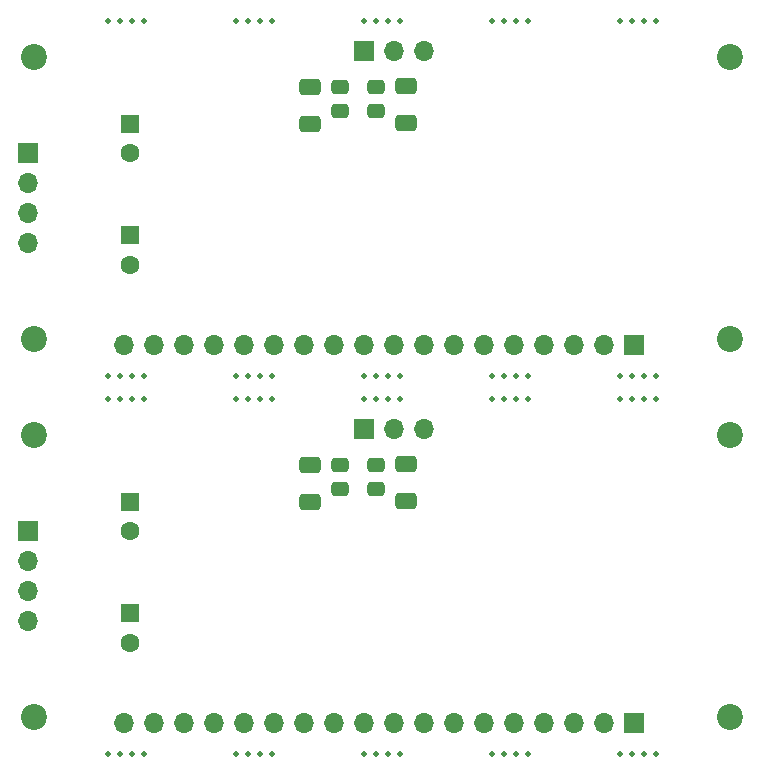
<source format=gbr>
%TF.GenerationSoftware,KiCad,Pcbnew,8.0.4*%
%TF.CreationDate,2024-08-18T00:19:52+02:00*%
%TF.ProjectId,untitled,756e7469-746c-4656-942e-6b696361645f,rev?*%
%TF.SameCoordinates,Original*%
%TF.FileFunction,Soldermask,Bot*%
%TF.FilePolarity,Negative*%
%FSLAX46Y46*%
G04 Gerber Fmt 4.6, Leading zero omitted, Abs format (unit mm)*
G04 Created by KiCad (PCBNEW 8.0.4) date 2024-08-18 00:19:52*
%MOMM*%
%LPD*%
G01*
G04 APERTURE LIST*
G04 Aperture macros list*
%AMRoundRect*
0 Rectangle with rounded corners*
0 $1 Rounding radius*
0 $2 $3 $4 $5 $6 $7 $8 $9 X,Y pos of 4 corners*
0 Add a 4 corners polygon primitive as box body*
4,1,4,$2,$3,$4,$5,$6,$7,$8,$9,$2,$3,0*
0 Add four circle primitives for the rounded corners*
1,1,$1+$1,$2,$3*
1,1,$1+$1,$4,$5*
1,1,$1+$1,$6,$7*
1,1,$1+$1,$8,$9*
0 Add four rect primitives between the rounded corners*
20,1,$1+$1,$2,$3,$4,$5,0*
20,1,$1+$1,$4,$5,$6,$7,0*
20,1,$1+$1,$6,$7,$8,$9,0*
20,1,$1+$1,$8,$9,$2,$3,0*%
G04 Aperture macros list end*
%ADD10RoundRect,0.250000X0.650000X-0.412500X0.650000X0.412500X-0.650000X0.412500X-0.650000X-0.412500X0*%
%ADD11RoundRect,0.250000X0.475000X-0.337500X0.475000X0.337500X-0.475000X0.337500X-0.475000X-0.337500X0*%
%ADD12R,1.600000X1.600000*%
%ADD13C,1.600000*%
%ADD14C,0.500000*%
%ADD15C,2.200000*%
%ADD16R,1.700000X1.700000*%
%ADD17O,1.700000X1.700000*%
G04 APERTURE END LIST*
D10*
%TO.C,C6*%
X150544000Y-35636500D03*
X150544000Y-32511500D03*
%TD*%
D11*
%TO.C,C3*%
X144956000Y-34620500D03*
X144956000Y-32545500D03*
%TD*%
D10*
%TO.C,C6*%
X150544000Y-67636500D03*
X150544000Y-64511500D03*
%TD*%
D11*
%TO.C,C3*%
X144956000Y-66620500D03*
X144956000Y-64545500D03*
%TD*%
D10*
%TO.C,C4*%
X142416000Y-67713500D03*
X142416000Y-64588500D03*
%TD*%
D11*
%TO.C,C7*%
X148004000Y-66620500D03*
X148004000Y-64545500D03*
%TD*%
D10*
%TO.C,C4*%
X142416000Y-35713500D03*
X142416000Y-32588500D03*
%TD*%
D11*
%TO.C,C7*%
X148004000Y-34620500D03*
X148004000Y-32545500D03*
%TD*%
D12*
%TO.C,C5*%
X127176000Y-35676500D03*
D13*
X127176000Y-38176500D03*
%TD*%
D14*
%TO.C,KiKit_MB_20_3*%
X169666666Y-89000500D03*
%TD*%
%TO.C,KiKit_MB_15_4*%
X171666666Y-59000500D03*
%TD*%
D15*
%TO.C,REF\u002A\u002A*%
X177976000Y-85924500D03*
%TD*%
D14*
%TO.C,KiKit_MB_6_3*%
X126333334Y-57000500D03*
%TD*%
%TO.C,KiKit_MB_3_3*%
X149000000Y-27000500D03*
%TD*%
%TO.C,KiKit_MB_7_1*%
X139166667Y-57000500D03*
%TD*%
%TO.C,KiKit_MB_11_4*%
X128333334Y-59000500D03*
%TD*%
%TO.C,KiKit_MB_7_3*%
X137166667Y-57000500D03*
%TD*%
D12*
%TO.C,C5*%
X127176000Y-67676500D03*
D13*
X127176000Y-70176500D03*
%TD*%
D14*
%TO.C,KiKit_MB_16_1*%
X128333334Y-89000500D03*
%TD*%
%TO.C,KiKit_MB_17_1*%
X139166667Y-89000500D03*
%TD*%
%TO.C,KiKit_MB_6_2*%
X127333334Y-57000500D03*
%TD*%
D16*
%TO.C,J3*%
X146988000Y-29540500D03*
D17*
X149528000Y-29540500D03*
X152068000Y-29540500D03*
%TD*%
D14*
%TO.C,KiKit_MB_16_3*%
X126333334Y-89000500D03*
%TD*%
%TO.C,KiKit_MB_13_1*%
X147000000Y-59000500D03*
%TD*%
%TO.C,KiKit_MB_13_4*%
X150000000Y-59000500D03*
%TD*%
%TO.C,KiKit_MB_7_4*%
X136166667Y-57000500D03*
%TD*%
%TO.C,KiKit_MB_7_2*%
X138166667Y-57000500D03*
%TD*%
%TO.C,KiKit_MB_19_4*%
X157833333Y-89000500D03*
%TD*%
%TO.C,KiKit_MB_9_1*%
X160833333Y-57000500D03*
%TD*%
%TO.C,KiKit_MB_2_1*%
X136166667Y-27000500D03*
%TD*%
D16*
%TO.C,J2*%
X169848000Y-86432500D03*
D17*
X167308000Y-86432500D03*
X164768000Y-86432500D03*
X162228000Y-86432500D03*
X159688000Y-86432500D03*
X157148000Y-86432500D03*
X154608000Y-86432500D03*
X152068000Y-86432500D03*
X149528000Y-86432500D03*
X146988000Y-86432500D03*
X144448000Y-86432500D03*
X141908000Y-86432500D03*
X139368000Y-86432500D03*
X136828000Y-86432500D03*
X134288000Y-86432500D03*
X131748000Y-86432500D03*
X129208000Y-86432500D03*
X126668000Y-86432500D03*
%TD*%
D14*
%TO.C,KiKit_MB_9_2*%
X159833333Y-57000500D03*
%TD*%
%TO.C,KiKit_MB_3_2*%
X148000000Y-27000500D03*
%TD*%
%TO.C,KiKit_MB_12_2*%
X137166667Y-59000500D03*
%TD*%
%TO.C,KiKit_MB_5_3*%
X170666666Y-27000500D03*
%TD*%
%TO.C,KiKit_MB_12_3*%
X138166667Y-59000500D03*
%TD*%
%TO.C,KiKit_MB_19_2*%
X159833333Y-89000500D03*
%TD*%
%TO.C,KiKit_MB_4_3*%
X159833333Y-27000500D03*
%TD*%
%TO.C,KiKit_MB_17_2*%
X138166667Y-89000500D03*
%TD*%
%TO.C,KiKit_MB_20_2*%
X170666666Y-89000500D03*
%TD*%
D16*
%TO.C,J2*%
X169848000Y-54432500D03*
D17*
X167308000Y-54432500D03*
X164768000Y-54432500D03*
X162228000Y-54432500D03*
X159688000Y-54432500D03*
X157148000Y-54432500D03*
X154608000Y-54432500D03*
X152068000Y-54432500D03*
X149528000Y-54432500D03*
X146988000Y-54432500D03*
X144448000Y-54432500D03*
X141908000Y-54432500D03*
X139368000Y-54432500D03*
X136828000Y-54432500D03*
X134288000Y-54432500D03*
X131748000Y-54432500D03*
X129208000Y-54432500D03*
X126668000Y-54432500D03*
%TD*%
D14*
%TO.C,KiKit_MB_19_3*%
X158833333Y-89000500D03*
%TD*%
%TO.C,KiKit_MB_18_4*%
X147000000Y-89000500D03*
%TD*%
D15*
%TO.C,REF\u002A\u002A*%
X177976000Y-30048500D03*
%TD*%
D14*
%TO.C,KiKit_MB_4_4*%
X160833333Y-27000500D03*
%TD*%
%TO.C,KiKit_MB_2_3*%
X138166667Y-27000500D03*
%TD*%
%TO.C,KiKit_MB_5_2*%
X169666666Y-27000500D03*
%TD*%
D15*
%TO.C,REF\u002A\u002A*%
X177976000Y-62048500D03*
%TD*%
D14*
%TO.C,KiKit_MB_16_2*%
X127333334Y-89000500D03*
%TD*%
%TO.C,KiKit_MB_3_4*%
X150000000Y-27000500D03*
%TD*%
%TO.C,KiKit_MB_6_1*%
X128333334Y-57000500D03*
%TD*%
%TO.C,KiKit_MB_20_1*%
X171666666Y-89000500D03*
%TD*%
%TO.C,KiKit_MB_12_1*%
X136166667Y-59000500D03*
%TD*%
%TO.C,KiKit_MB_5_4*%
X171666666Y-27000500D03*
%TD*%
D15*
%TO.C,REF\u002A\u002A*%
X119048000Y-62048500D03*
%TD*%
D14*
%TO.C,KiKit_MB_8_4*%
X147000000Y-57000500D03*
%TD*%
D15*
%TO.C,REF\u002A\u002A*%
X119048000Y-30048500D03*
%TD*%
D14*
%TO.C,KiKit_MB_9_3*%
X158833333Y-57000500D03*
%TD*%
%TO.C,KiKit_MB_10_2*%
X170666666Y-57000500D03*
%TD*%
%TO.C,KiKit_MB_11_1*%
X125333334Y-59000500D03*
%TD*%
D12*
%TO.C,C2*%
X127176000Y-45122121D03*
D13*
X127176000Y-47622121D03*
%TD*%
D14*
%TO.C,KiKit_MB_1_2*%
X126333334Y-27000500D03*
%TD*%
%TO.C,KiKit_MB_17_3*%
X137166667Y-89000500D03*
%TD*%
%TO.C,KiKit_MB_11_2*%
X126333334Y-59000500D03*
%TD*%
%TO.C,KiKit_MB_14_3*%
X159833333Y-59000500D03*
%TD*%
%TO.C,KiKit_MB_6_4*%
X125333334Y-57000500D03*
%TD*%
%TO.C,KiKit_MB_2_2*%
X137166667Y-27000500D03*
%TD*%
%TO.C,KiKit_MB_17_4*%
X136166667Y-89000500D03*
%TD*%
D16*
%TO.C,J4*%
X118540000Y-38176500D03*
D17*
X118540000Y-40716500D03*
X118540000Y-43256500D03*
X118540000Y-45796500D03*
%TD*%
D14*
%TO.C,KiKit_MB_18_2*%
X149000000Y-89000500D03*
%TD*%
%TO.C,KiKit_MB_20_4*%
X168666666Y-89000500D03*
%TD*%
D15*
%TO.C,REF\u002A\u002A*%
X177976000Y-53924500D03*
%TD*%
D14*
%TO.C,KiKit_MB_14_1*%
X157833333Y-59000500D03*
%TD*%
%TO.C,KiKit_MB_8_3*%
X148000000Y-57000500D03*
%TD*%
%TO.C,KiKit_MB_15_2*%
X169666666Y-59000500D03*
%TD*%
D16*
%TO.C,J4*%
X118540000Y-70176500D03*
D17*
X118540000Y-72716500D03*
X118540000Y-75256500D03*
X118540000Y-77796500D03*
%TD*%
D14*
%TO.C,KiKit_MB_1_4*%
X128333334Y-27000500D03*
%TD*%
%TO.C,KiKit_MB_16_4*%
X125333334Y-89000500D03*
%TD*%
%TO.C,KiKit_MB_14_4*%
X160833333Y-59000500D03*
%TD*%
%TO.C,KiKit_MB_11_3*%
X127333334Y-59000500D03*
%TD*%
D15*
%TO.C,REF\u002A\u002A*%
X119048000Y-53924500D03*
%TD*%
D14*
%TO.C,KiKit_MB_18_1*%
X150000000Y-89000500D03*
%TD*%
%TO.C,KiKit_MB_13_2*%
X148000000Y-59000500D03*
%TD*%
%TO.C,KiKit_MB_12_4*%
X139166667Y-59000500D03*
%TD*%
%TO.C,KiKit_MB_10_4*%
X168666666Y-57000500D03*
%TD*%
%TO.C,KiKit_MB_5_1*%
X168666666Y-27000500D03*
%TD*%
%TO.C,KiKit_MB_15_1*%
X168666666Y-59000500D03*
%TD*%
%TO.C,KiKit_MB_8_2*%
X149000000Y-57000500D03*
%TD*%
%TO.C,KiKit_MB_19_1*%
X160833333Y-89000500D03*
%TD*%
%TO.C,KiKit_MB_8_1*%
X150000000Y-57000500D03*
%TD*%
%TO.C,KiKit_MB_4_2*%
X158833333Y-27000500D03*
%TD*%
%TO.C,KiKit_MB_14_2*%
X158833333Y-59000500D03*
%TD*%
%TO.C,KiKit_MB_15_3*%
X170666666Y-59000500D03*
%TD*%
%TO.C,KiKit_MB_18_3*%
X148000000Y-89000500D03*
%TD*%
%TO.C,KiKit_MB_1_3*%
X127333334Y-27000500D03*
%TD*%
%TO.C,KiKit_MB_10_1*%
X171666666Y-57000500D03*
%TD*%
%TO.C,KiKit_MB_3_1*%
X147000000Y-27000500D03*
%TD*%
D15*
%TO.C,REF\u002A\u002A*%
X119048000Y-85924500D03*
%TD*%
D16*
%TO.C,J3*%
X146988000Y-61540500D03*
D17*
X149528000Y-61540500D03*
X152068000Y-61540500D03*
%TD*%
D14*
%TO.C,KiKit_MB_1_1*%
X125333334Y-27000500D03*
%TD*%
%TO.C,KiKit_MB_10_3*%
X169666666Y-57000500D03*
%TD*%
%TO.C,KiKit_MB_2_4*%
X139166667Y-27000500D03*
%TD*%
%TO.C,KiKit_MB_9_4*%
X157833333Y-57000500D03*
%TD*%
D12*
%TO.C,C2*%
X127176000Y-77122121D03*
D13*
X127176000Y-79622121D03*
%TD*%
D14*
%TO.C,KiKit_MB_4_1*%
X157833333Y-27000500D03*
%TD*%
%TO.C,KiKit_MB_13_3*%
X149000000Y-59000500D03*
%TD*%
M02*

</source>
